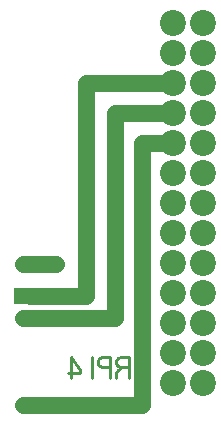
<source format=gbr>
%FSLAX34Y34*%
%MOMM*%
%LNCOPPER_BOTTOM*%
G71*
G01*
%ADD10C,2.200*%
%ADD11C,0.222*%
%ADD12C,1.400*%
%LPD*%
X140734Y30560D02*
G54D10*
D03*
X140734Y55960D02*
G54D10*
D03*
X140734Y81360D02*
G54D10*
D03*
X140734Y106760D02*
G54D10*
D03*
X140734Y132160D02*
G54D10*
D03*
X140734Y157560D02*
G54D10*
D03*
X140734Y182960D02*
G54D10*
D03*
X140734Y208360D02*
G54D10*
D03*
X140734Y233760D02*
G54D10*
D03*
X140734Y259160D02*
G54D10*
D03*
X140734Y284560D02*
G54D10*
D03*
X140734Y309960D02*
G54D10*
D03*
X140734Y335360D02*
G54D10*
D03*
X166134Y30560D02*
G54D10*
D03*
X166134Y55960D02*
G54D10*
D03*
X166134Y81360D02*
G54D10*
D03*
X166134Y106760D02*
G54D10*
D03*
X166134Y132160D02*
G54D10*
D03*
X166134Y157560D02*
G54D10*
D03*
X166134Y182960D02*
G54D10*
D03*
X166134Y208360D02*
G54D10*
D03*
X166134Y233760D02*
G54D10*
D03*
X166134Y259160D02*
G54D10*
D03*
X166134Y284560D02*
G54D10*
D03*
X166134Y309960D02*
G54D10*
D03*
X166134Y335360D02*
G54D10*
D03*
G54D11*
X98095Y43350D02*
X94095Y41128D01*
X92762Y38906D01*
X92762Y34461D01*
G54D11*
X103428Y34461D02*
X103428Y52239D01*
X96762Y52239D01*
X94095Y51128D01*
X92762Y48906D01*
X92762Y46683D01*
X94095Y44461D01*
X96762Y43350D01*
X103428Y43350D01*
G54D11*
X87872Y34461D02*
X87872Y52239D01*
X81206Y52239D01*
X78539Y51128D01*
X77206Y48906D01*
X77206Y46683D01*
X78539Y44461D01*
X81206Y43350D01*
X87872Y43350D01*
G54D11*
X72316Y34461D02*
X72316Y52239D01*
G54D11*
X54272Y34461D02*
X54272Y52239D01*
X62272Y41128D01*
X62272Y38906D01*
X51605Y38906D01*
G54D12*
X140734Y284560D02*
X67316Y284540D01*
X67336Y103982D01*
X19844Y103982D01*
G54D12*
X42114Y131083D02*
X20638Y130572D01*
G54D12*
X140734Y233760D02*
X114544Y233740D01*
X114544Y11886D01*
X20641Y11886D01*
G54D12*
X140734Y259160D02*
X91922Y259140D01*
X91525Y84911D01*
X20641Y84911D01*
G54D12*
X27641Y84911D02*
X13641Y84911D01*
G54D12*
X27638Y130572D02*
X13638Y130572D01*
G54D12*
X27641Y11886D02*
X13641Y11886D01*
G36*
X33844Y110982D02*
X5844Y110982D01*
X5844Y96982D01*
X33844Y96982D01*
X33844Y110982D01*
G37*
M02*

</source>
